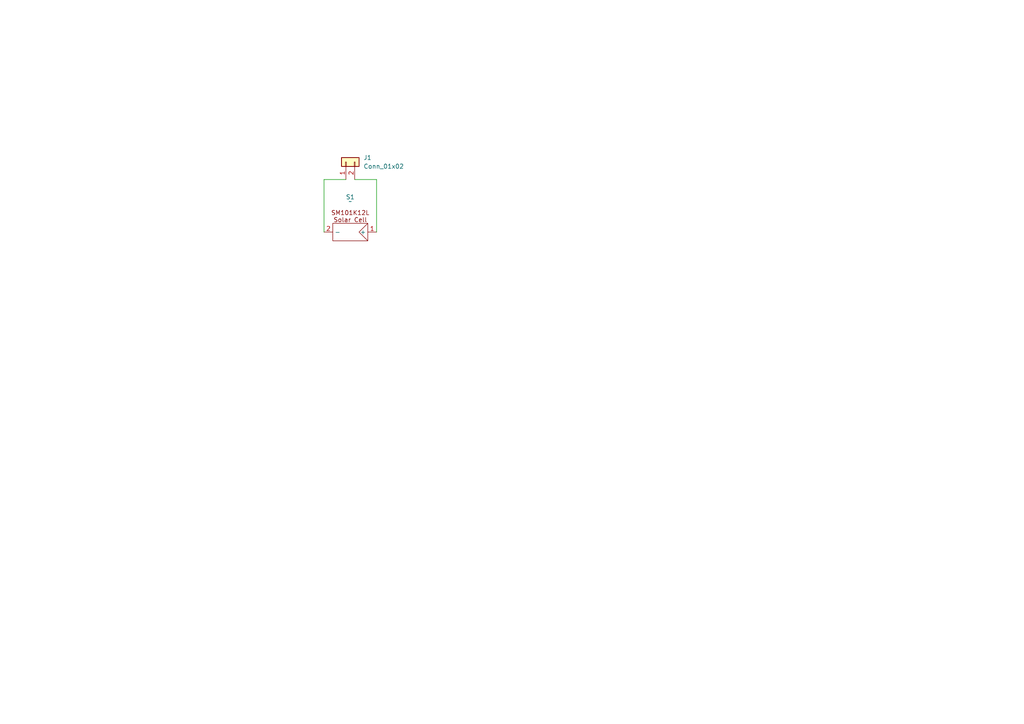
<source format=kicad_sch>
(kicad_sch (version 20231120) (generator "eeschema") (generator_version "8.0")
  (paper "A4")
  (lib_symbols
    (symbol "Connector_Generic:Conn_01x02" (pin_names (offset 1.016) hide)
      (property "Reference" "J" (at 0 2.54 0))
      (property "Value" "Conn_01x02" (at 0 -5.08 0))
      (symbol "Conn_01x02_1_1"
        (rectangle (start -1.27 -2.413) (end 0 -2.667) (stroke (width 0.1524)))
        (rectangle (start -1.27 0.127) (end 0 -0.127) (stroke (width 0.1524)))
        (rectangle (start -1.27 1.27) (end 1.27 -3.81) (stroke (width 0.254)) (fill (type background)))
        (pin passive line (at -5.08 0 0) (length 3.81) (name "Pin_1") (number "1"))
        (pin passive line (at -5.08 -2.54 0) (length 3.81) (name "Pin_2") (number "2"))
      )
    )
    (symbol "Power_Components_Library:SM101K12L"
      (property "Reference" "S" (at 0 0 0))
      (symbol "SM101K12L_0_1"
        (polyline (pts (xy 5.08 2.54) (xy 2.54 0) (xy 5.08 -2.54)))
        (rectangle (start 5.08 2.54) (end -5.08 -2.54))
      )
      (symbol "SM101K12L_1_1"
        (text "SM101K12L\nSolar Cell\n" (at 0 4.572 0) (effects (font (size 1.27 1.27))))
        (pin passive line (at 7.62 0 180) (length 2.54) (name "+") (number "1"))
        (pin passive line (at -7.62 0 0) (length 2.54) (name "-") (number "2"))
      )
    )
  )
  (wire (pts (xy 93.98 52.07) (xy 100.33 52.07)))
  (wire (pts (xy 109.22 52.07) (xy 109.22 67.31)))
  (wire (pts (xy 93.98 67.31) (xy 93.98 52.07)))
  (wire (pts (xy 102.87 52.07) (xy 109.22 52.07)))
  (symbol (lib_id "Connector_Generic:Conn_01x02") (at 100.33 46.99 90) (unit 1) (in_bom no)
    (property "Reference" "J1" (at 105.41 45.7199 90) (effects (justify right)))
    (property "Value" "Conn_01x02" (at 105.41 48.2599 90) (effects (justify right)))
    (property "Footprint" "Connector_Molex:Molex_PicoBlade_53047-0210_1x02_P1.25mm_Vertical" (effects (hide yes)))
    (property "Description" "Generic connector, single row, 01x02, script generated (kicad-library-utils/schlib/autogen/connector/)" (effects (hide yes)))
  )
  (symbol (lib_id "Power_Components_Library:SM101K12L") (at 101.6 67.31 0) (unit 1)
    (property "Reference" "S1" (at 101.6 57.15 0))
    (property "Value" "~" (at 101.6 58.42 0))
    (property "Footprint" "Power_Footprints_Library:SM101K12L" (effects (hide yes)))
  )
)
</source>
